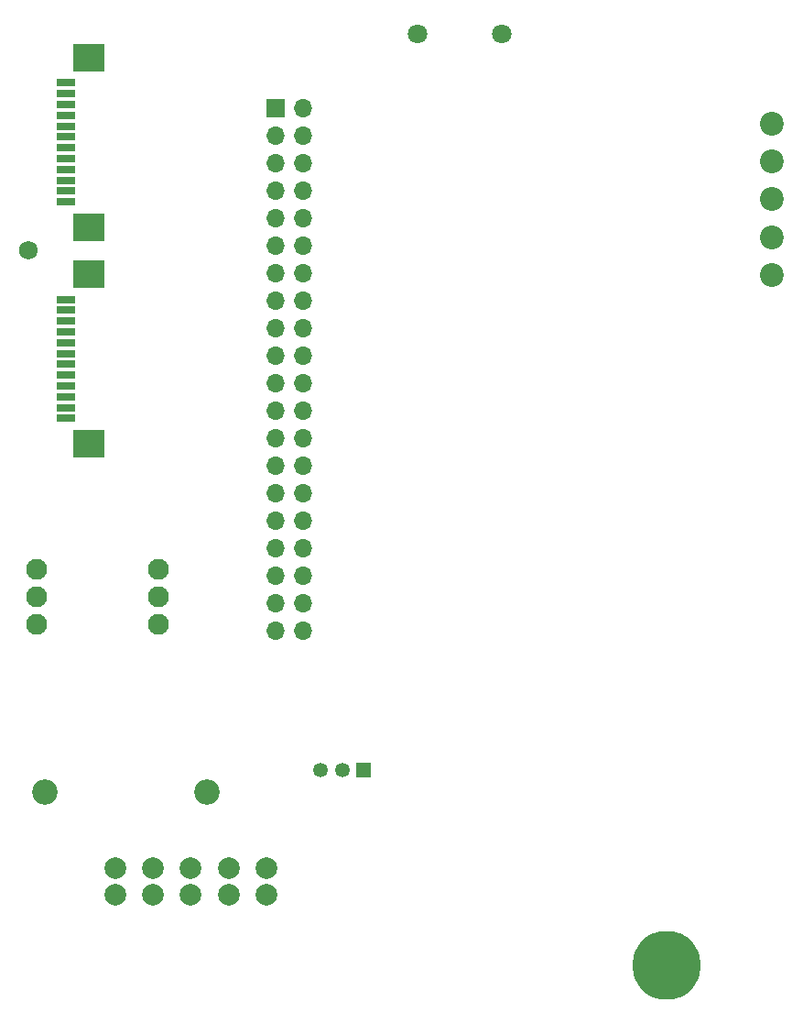
<source format=gbr>
%TF.GenerationSoftware,KiCad,Pcbnew,9.0.1*%
%TF.CreationDate,2025-04-28T14:14:31+03:00*%
%TF.ProjectId,PM_CPU-RP,504d5f43-5055-42d5-9250-2e6b69636164,rev?*%
%TF.SameCoordinates,Original*%
%TF.FileFunction,Soldermask,Bot*%
%TF.FilePolarity,Negative*%
%FSLAX46Y46*%
G04 Gerber Fmt 4.6, Leading zero omitted, Abs format (unit mm)*
G04 Created by KiCad (PCBNEW 9.0.1) date 2025-04-28 14:14:31*
%MOMM*%
%LPD*%
G01*
G04 APERTURE LIST*
%ADD10O,6.350000X6.350000*%
%ADD11C,2.200000*%
%ADD12C,1.800000*%
%ADD13O,1.700000X1.700000*%
%ADD14R,1.700000X1.700000*%
%ADD15C,1.950000*%
%ADD16R,1.350000X1.350000*%
%ADD17C,1.350000*%
%ADD18C,1.725000*%
%ADD19C,2.000000*%
%ADD20C,2.350000*%
%ADD21R,1.803400X0.635000*%
%ADD22R,2.997200X2.590800*%
G04 APERTURE END LIST*
D10*
%TO.C,PE1*%
X22000000Y-46000000D03*
%TD*%
D11*
%TO.C,J2*%
X31750000Y17750000D03*
X31750000Y21250000D03*
X31750000Y24750000D03*
X31750000Y28250000D03*
X31750000Y31750000D03*
%TD*%
D12*
%TO.C,J1*%
X6750000Y40000000D03*
X-1000000Y40000000D03*
%TD*%
D13*
%TO.C,D1*%
X-11590000Y33170000D03*
D14*
X-14130000Y33170000D03*
D13*
X-11590000Y30630000D03*
X-14130000Y30630000D03*
X-11590000Y28090000D03*
X-14130000Y28090000D03*
X-11590000Y25550000D03*
X-14130000Y25550000D03*
X-11590000Y23010000D03*
X-14130000Y23010000D03*
X-11590000Y20470000D03*
X-14130000Y20470000D03*
X-11590000Y17930000D03*
X-14130000Y17930000D03*
X-11590000Y15390000D03*
X-14130000Y15390000D03*
X-11590000Y12850000D03*
X-14130000Y12850000D03*
X-11590000Y10310000D03*
X-14130000Y10310000D03*
X-11590000Y7770000D03*
X-14130000Y7770000D03*
X-11590000Y5230000D03*
X-14130000Y5230000D03*
X-11590000Y2690000D03*
X-14130000Y2690000D03*
X-11590000Y150000D03*
X-14130000Y150000D03*
X-11590000Y-2390000D03*
X-14130000Y-2390000D03*
X-11590000Y-4930000D03*
X-14130000Y-4930000D03*
X-11590000Y-7470000D03*
X-14130000Y-7470000D03*
X-11590000Y-10010000D03*
X-14130000Y-10010000D03*
X-11590000Y-12550000D03*
X-14130000Y-12550000D03*
X-11590000Y-15090000D03*
X-14130000Y-15090000D03*
%TD*%
D15*
%TO.C,J5*%
X-25000000Y-14540000D03*
X-25000000Y-12000000D03*
X-25000000Y-9460000D03*
%TD*%
D16*
%TO.C,J11*%
X-6000000Y-28000000D03*
D17*
X-8000000Y-28000000D03*
X-10000000Y-28000000D03*
%TD*%
D15*
%TO.C,J4*%
X-36235000Y-14540000D03*
X-36235000Y-12000000D03*
X-36235000Y-9460000D03*
%TD*%
D18*
%TO.C,U2*%
X-37000000Y20000000D03*
%TD*%
D19*
%TO.C,J3*%
X-29000000Y-37000000D03*
X-25500000Y-37000000D03*
X-22000000Y-37000000D03*
X-18500000Y-37000000D03*
X-15000000Y-37000000D03*
X-29000000Y-39500000D03*
X-25500000Y-39500000D03*
X-22000000Y-39500000D03*
X-18500000Y-39500000D03*
X-15000000Y-39500000D03*
%TD*%
D20*
%TO.C,U1*%
X-20500000Y-30000000D03*
X-35500000Y-30000000D03*
%TD*%
D21*
%TO.C,J9*%
X-33556000Y35499992D03*
X-33556000Y34499994D03*
X-33556000Y33499996D03*
X-33556000Y32499998D03*
X-33556000Y31500000D03*
X-33556000Y30500000D03*
X-33556000Y29500000D03*
X-33556000Y28500000D03*
X-33556000Y27500002D03*
X-33556000Y26500004D03*
X-33556000Y25500006D03*
X-33556000Y24500008D03*
D22*
X-31385999Y37850003D03*
X-31385999Y22149997D03*
%TD*%
D21*
%TO.C,J8*%
X-33556000Y15499992D03*
X-33556000Y14499994D03*
X-33556000Y13499996D03*
X-33556000Y12499998D03*
X-33556000Y11500000D03*
X-33556000Y10500000D03*
X-33556000Y9500000D03*
X-33556000Y8500000D03*
X-33556000Y7500002D03*
X-33556000Y6500004D03*
X-33556000Y5500006D03*
X-33556000Y4500008D03*
D22*
X-31385999Y17850003D03*
X-31385999Y2149997D03*
%TD*%
M02*

</source>
